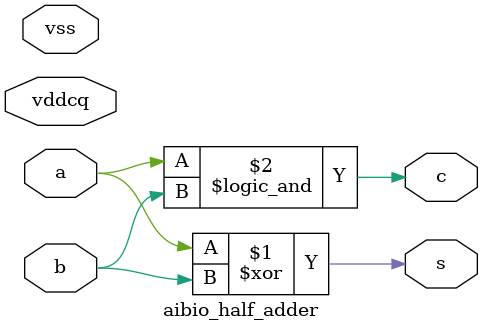
<source format=sv>
`timescale 1ps/1fs

module aibio_half_adder
		(
		//-------Supply pins---------//
		input vddcq,
		input vss,
		//-------Input pins----------//
		input a,
		input b,
		//------Output pins---------//
		output c,
		output s
		);

assign s = a^b;
assign c = a&&b;

endmodule

</source>
